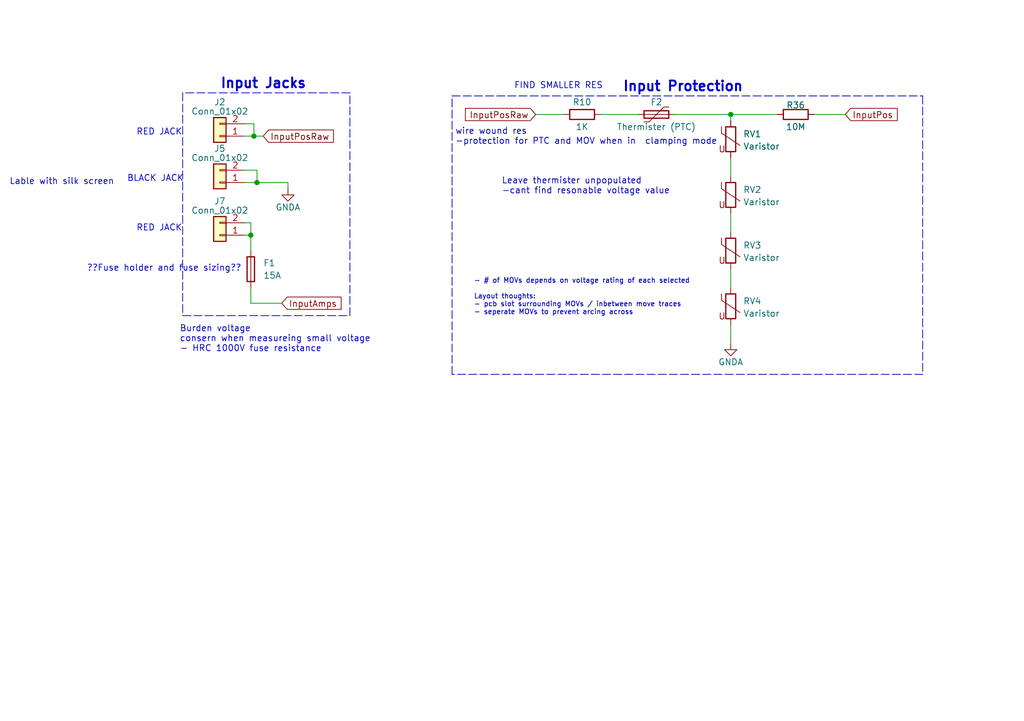
<source format=kicad_sch>
(kicad_sch (version 20230121) (generator eeschema)

  (uuid 93b6cb77-0966-487f-9d61-2a5e952803f5)

  (paper "A5")

  (lib_symbols
    (symbol "Connector_Generic:Conn_01x02" (pin_names (offset 1.016) hide) (in_bom yes) (on_board yes)
      (property "Reference" "J" (at 0 2.54 0)
        (effects (font (size 1.27 1.27)))
      )
      (property "Value" "Conn_01x02" (at 0 -5.08 0)
        (effects (font (size 1.27 1.27)))
      )
      (property "Footprint" "" (at 0 0 0)
        (effects (font (size 1.27 1.27)) hide)
      )
      (property "Datasheet" "~" (at 0 0 0)
        (effects (font (size 1.27 1.27)) hide)
      )
      (property "ki_keywords" "connector" (at 0 0 0)
        (effects (font (size 1.27 1.27)) hide)
      )
      (property "ki_description" "Generic connector, single row, 01x02, script generated (kicad-library-utils/schlib/autogen/connector/)" (at 0 0 0)
        (effects (font (size 1.27 1.27)) hide)
      )
      (property "ki_fp_filters" "Connector*:*_1x??_*" (at 0 0 0)
        (effects (font (size 1.27 1.27)) hide)
      )
      (symbol "Conn_01x02_1_1"
        (rectangle (start -1.27 -2.413) (end 0 -2.667)
          (stroke (width 0.1524) (type default))
          (fill (type none))
        )
        (rectangle (start -1.27 0.127) (end 0 -0.127)
          (stroke (width 0.1524) (type default))
          (fill (type none))
        )
        (rectangle (start -1.27 1.27) (end 1.27 -3.81)
          (stroke (width 0.254) (type default))
          (fill (type background))
        )
        (pin passive line (at -5.08 0 0) (length 3.81)
          (name "Pin_1" (effects (font (size 1.27 1.27))))
          (number "1" (effects (font (size 1.27 1.27))))
        )
        (pin passive line (at -5.08 -2.54 0) (length 3.81)
          (name "Pin_2" (effects (font (size 1.27 1.27))))
          (number "2" (effects (font (size 1.27 1.27))))
        )
      )
    )
    (symbol "Device:Fuse" (pin_numbers hide) (pin_names (offset 0)) (in_bom yes) (on_board yes)
      (property "Reference" "F" (at 2.032 0 90)
        (effects (font (size 1.27 1.27)))
      )
      (property "Value" "Fuse" (at -1.905 0 90)
        (effects (font (size 1.27 1.27)))
      )
      (property "Footprint" "" (at -1.778 0 90)
        (effects (font (size 1.27 1.27)) hide)
      )
      (property "Datasheet" "~" (at 0 0 0)
        (effects (font (size 1.27 1.27)) hide)
      )
      (property "ki_keywords" "fuse" (at 0 0 0)
        (effects (font (size 1.27 1.27)) hide)
      )
      (property "ki_description" "Fuse" (at 0 0 0)
        (effects (font (size 1.27 1.27)) hide)
      )
      (property "ki_fp_filters" "*Fuse*" (at 0 0 0)
        (effects (font (size 1.27 1.27)) hide)
      )
      (symbol "Fuse_0_1"
        (rectangle (start -0.762 -2.54) (end 0.762 2.54)
          (stroke (width 0.254) (type default))
          (fill (type none))
        )
        (polyline
          (pts
            (xy 0 2.54)
            (xy 0 -2.54)
          )
          (stroke (width 0) (type default))
          (fill (type none))
        )
      )
      (symbol "Fuse_1_1"
        (pin passive line (at 0 3.81 270) (length 1.27)
          (name "~" (effects (font (size 1.27 1.27))))
          (number "1" (effects (font (size 1.27 1.27))))
        )
        (pin passive line (at 0 -3.81 90) (length 1.27)
          (name "~" (effects (font (size 1.27 1.27))))
          (number "2" (effects (font (size 1.27 1.27))))
        )
      )
    )
    (symbol "Device:Polyfuse" (pin_numbers hide) (pin_names (offset 0)) (in_bom yes) (on_board yes)
      (property "Reference" "F" (at -2.54 0 90)
        (effects (font (size 1.27 1.27)))
      )
      (property "Value" "Polyfuse" (at 2.54 0 90)
        (effects (font (size 1.27 1.27)))
      )
      (property "Footprint" "" (at 1.27 -5.08 0)
        (effects (font (size 1.27 1.27)) (justify left) hide)
      )
      (property "Datasheet" "~" (at 0 0 0)
        (effects (font (size 1.27 1.27)) hide)
      )
      (property "ki_keywords" "resettable fuse PTC PPTC polyfuse polyswitch" (at 0 0 0)
        (effects (font (size 1.27 1.27)) hide)
      )
      (property "ki_description" "Resettable fuse, polymeric positive temperature coefficient" (at 0 0 0)
        (effects (font (size 1.27 1.27)) hide)
      )
      (property "ki_fp_filters" "*polyfuse* *PTC*" (at 0 0 0)
        (effects (font (size 1.27 1.27)) hide)
      )
      (symbol "Polyfuse_0_1"
        (rectangle (start -0.762 2.54) (end 0.762 -2.54)
          (stroke (width 0.254) (type default))
          (fill (type none))
        )
        (polyline
          (pts
            (xy 0 2.54)
            (xy 0 -2.54)
          )
          (stroke (width 0) (type default))
          (fill (type none))
        )
        (polyline
          (pts
            (xy -1.524 2.54)
            (xy -1.524 1.524)
            (xy 1.524 -1.524)
            (xy 1.524 -2.54)
          )
          (stroke (width 0) (type default))
          (fill (type none))
        )
      )
      (symbol "Polyfuse_1_1"
        (pin passive line (at 0 3.81 270) (length 1.27)
          (name "~" (effects (font (size 1.27 1.27))))
          (number "1" (effects (font (size 1.27 1.27))))
        )
        (pin passive line (at 0 -3.81 90) (length 1.27)
          (name "~" (effects (font (size 1.27 1.27))))
          (number "2" (effects (font (size 1.27 1.27))))
        )
      )
    )
    (symbol "Device:R" (pin_numbers hide) (pin_names (offset 0)) (in_bom yes) (on_board yes)
      (property "Reference" "R" (at 2.032 0 90)
        (effects (font (size 1.27 1.27)))
      )
      (property "Value" "R" (at 0 0 90)
        (effects (font (size 1.27 1.27)))
      )
      (property "Footprint" "" (at -1.778 0 90)
        (effects (font (size 1.27 1.27)) hide)
      )
      (property "Datasheet" "~" (at 0 0 0)
        (effects (font (size 1.27 1.27)) hide)
      )
      (property "ki_keywords" "R res resistor" (at 0 0 0)
        (effects (font (size 1.27 1.27)) hide)
      )
      (property "ki_description" "Resistor" (at 0 0 0)
        (effects (font (size 1.27 1.27)) hide)
      )
      (property "ki_fp_filters" "R_*" (at 0 0 0)
        (effects (font (size 1.27 1.27)) hide)
      )
      (symbol "R_0_1"
        (rectangle (start -1.016 -2.54) (end 1.016 2.54)
          (stroke (width 0.254) (type default))
          (fill (type none))
        )
      )
      (symbol "R_1_1"
        (pin passive line (at 0 3.81 270) (length 1.27)
          (name "~" (effects (font (size 1.27 1.27))))
          (number "1" (effects (font (size 1.27 1.27))))
        )
        (pin passive line (at 0 -3.81 90) (length 1.27)
          (name "~" (effects (font (size 1.27 1.27))))
          (number "2" (effects (font (size 1.27 1.27))))
        )
      )
    )
    (symbol "Device:Varistor" (pin_numbers hide) (pin_names (offset 0)) (in_bom yes) (on_board yes)
      (property "Reference" "RV" (at 3.175 0 90)
        (effects (font (size 1.27 1.27)))
      )
      (property "Value" "Varistor" (at -3.175 0 90)
        (effects (font (size 1.27 1.27)))
      )
      (property "Footprint" "" (at -1.778 0 90)
        (effects (font (size 1.27 1.27)) hide)
      )
      (property "Datasheet" "~" (at 0 0 0)
        (effects (font (size 1.27 1.27)) hide)
      )
      (property "Sim.Name" "kicad_builtin_varistor" (at 0 0 0)
        (effects (font (size 1.27 1.27)) hide)
      )
      (property "Sim.Device" "SUBCKT" (at 0 0 0)
        (effects (font (size 1.27 1.27)) hide)
      )
      (property "Sim.Pins" "1=A 2=B" (at 0 0 0)
        (effects (font (size 1.27 1.27)) hide)
      )
      (property "Sim.Params" "threshold=1k" (at 0 0 0)
        (effects (font (size 1.27 1.27)) hide)
      )
      (property "Sim.Library" "${KICAD7_SYMBOL_DIR}/Simulation_SPICE.sp" (at 0 0 0)
        (effects (font (size 1.27 1.27)) hide)
      )
      (property "ki_keywords" "VDR resistance" (at 0 0 0)
        (effects (font (size 1.27 1.27)) hide)
      )
      (property "ki_description" "Voltage dependent resistor" (at 0 0 0)
        (effects (font (size 1.27 1.27)) hide)
      )
      (property "ki_fp_filters" "RV_* Varistor*" (at 0 0 0)
        (effects (font (size 1.27 1.27)) hide)
      )
      (symbol "Varistor_0_0"
        (text "U" (at -1.778 -2.032 0)
          (effects (font (size 1.27 1.27)))
        )
      )
      (symbol "Varistor_0_1"
        (rectangle (start -1.016 -2.54) (end 1.016 2.54)
          (stroke (width 0.254) (type default))
          (fill (type none))
        )
        (polyline
          (pts
            (xy -1.905 2.54)
            (xy -1.905 1.27)
            (xy 1.905 -1.27)
          )
          (stroke (width 0) (type default))
          (fill (type none))
        )
      )
      (symbol "Varistor_1_1"
        (pin passive line (at 0 3.81 270) (length 1.27)
          (name "~" (effects (font (size 1.27 1.27))))
          (number "1" (effects (font (size 1.27 1.27))))
        )
        (pin passive line (at 0 -3.81 90) (length 1.27)
          (name "~" (effects (font (size 1.27 1.27))))
          (number "2" (effects (font (size 1.27 1.27))))
        )
      )
    )
    (symbol "power:GNDA" (power) (pin_names (offset 0)) (in_bom yes) (on_board yes)
      (property "Reference" "#PWR" (at 0 -6.35 0)
        (effects (font (size 1.27 1.27)) hide)
      )
      (property "Value" "GNDA" (at 0 -3.81 0)
        (effects (font (size 1.27 1.27)))
      )
      (property "Footprint" "" (at 0 0 0)
        (effects (font (size 1.27 1.27)) hide)
      )
      (property "Datasheet" "" (at 0 0 0)
        (effects (font (size 1.27 1.27)) hide)
      )
      (property "ki_keywords" "global power" (at 0 0 0)
        (effects (font (size 1.27 1.27)) hide)
      )
      (property "ki_description" "Power symbol creates a global label with name \"GNDA\" , analog ground" (at 0 0 0)
        (effects (font (size 1.27 1.27)) hide)
      )
      (symbol "GNDA_0_1"
        (polyline
          (pts
            (xy 0 0)
            (xy 0 -1.27)
            (xy 1.27 -1.27)
            (xy 0 -2.54)
            (xy -1.27 -1.27)
            (xy 0 -1.27)
          )
          (stroke (width 0) (type default))
          (fill (type none))
        )
      )
      (symbol "GNDA_1_1"
        (pin power_in line (at 0 0 270) (length 0) hide
          (name "GNDA" (effects (font (size 1.27 1.27))))
          (number "1" (effects (font (size 1.27 1.27))))
        )
      )
    )
  )

  (junction (at 52.705 37.465) (diameter 0) (color 0 0 0 0)
    (uuid 718e03b5-5c17-425c-ac49-ffeb6ab5d262)
  )
  (junction (at 149.86 23.495) (diameter 0) (color 0 0 0 0)
    (uuid b41480d0-d964-4459-aab4-b341af240f4c)
  )
  (junction (at 52.07 27.94) (diameter 0) (color 0 0 0 0)
    (uuid c925c406-dc2f-461c-8999-24d73a78ff29)
  )
  (junction (at 51.435 48.26) (diameter 0) (color 0 0 0 0)
    (uuid ee5aeca9-669b-444b-b541-01adf2427bf4)
  )

  (polyline (pts (xy 71.755 19.05) (xy 37.465 19.05))
    (stroke (width 0) (type dash))
    (uuid 03e5dd0e-07bb-4bd7-95c7-b620edb52766)
  )
  (polyline (pts (xy 138.43 19.685) (xy 189.23 19.685))
    (stroke (width 0) (type dash))
    (uuid 07f2c93a-d6ae-4c5f-b6c2-093d68564cdb)
  )

  (wire (pts (xy 149.86 23.495) (xy 159.385 23.495))
    (stroke (width 0) (type default))
    (uuid 14d33802-b820-499d-ba00-151241607bfa)
  )
  (wire (pts (xy 138.43 23.495) (xy 149.86 23.495))
    (stroke (width 0) (type default))
    (uuid 1bbc7ba7-b6fa-4807-80a5-bd149aa4ed9a)
  )
  (wire (pts (xy 50.165 27.94) (xy 52.07 27.94))
    (stroke (width 0) (type default))
    (uuid 41d2d8a3-50a1-4ea7-bd42-536359aa5261)
  )
  (wire (pts (xy 149.86 66.675) (xy 149.86 70.485))
    (stroke (width 0) (type default))
    (uuid 593a283c-bff2-4d42-8062-94bc4c17e677)
  )
  (polyline (pts (xy 71.755 64.77) (xy 71.755 19.05))
    (stroke (width 0) (type dash))
    (uuid 5a988ea9-e2d7-44fb-a035-092d78d34422)
  )

  (wire (pts (xy 149.86 32.385) (xy 149.86 36.195))
    (stroke (width 0) (type default))
    (uuid 5f9d5aa0-f57c-4ddd-96a6-969be0d26576)
  )
  (wire (pts (xy 52.705 37.465) (xy 59.055 37.465))
    (stroke (width 0) (type default))
    (uuid 645c6e97-204b-43d2-b76b-b495f1568371)
  )
  (wire (pts (xy 50.165 34.925) (xy 52.705 34.925))
    (stroke (width 0) (type default))
    (uuid 69dc9b7d-e0eb-4366-be6a-848049b2c428)
  )
  (wire (pts (xy 109.855 23.495) (xy 115.57 23.495))
    (stroke (width 0) (type default))
    (uuid 766d8026-11d8-4329-81cb-fdc2024789ac)
  )
  (wire (pts (xy 149.86 23.495) (xy 149.86 24.765))
    (stroke (width 0) (type default))
    (uuid 7f93450a-6de4-429e-8b3d-5751243c09b6)
  )
  (wire (pts (xy 51.435 59.055) (xy 51.435 62.23))
    (stroke (width 0) (type default))
    (uuid 8114ef6a-0ed0-46e7-9f7c-2c9ffc6f0da2)
  )
  (wire (pts (xy 52.705 34.925) (xy 52.705 37.465))
    (stroke (width 0) (type default))
    (uuid 81bad2d8-708d-4919-86b4-f2ae9a38ab84)
  )
  (wire (pts (xy 51.435 45.72) (xy 51.435 48.26))
    (stroke (width 0) (type default))
    (uuid 839343ad-c648-43fa-a97e-f0928ede4078)
  )
  (wire (pts (xy 50.165 45.72) (xy 51.435 45.72))
    (stroke (width 0) (type default))
    (uuid 851b550a-626b-4442-b7ef-753ad2d4522b)
  )
  (wire (pts (xy 59.055 37.465) (xy 59.055 38.735))
    (stroke (width 0) (type default))
    (uuid 8838e2d8-2c87-487a-a811-6c4ce5027373)
  )
  (polyline (pts (xy 37.465 19.05) (xy 37.465 64.77))
    (stroke (width 0) (type dash))
    (uuid 89478945-4fbf-4a11-bc35-58c57a5a53e5)
  )

  (wire (pts (xy 50.165 37.465) (xy 52.705 37.465))
    (stroke (width 0) (type default))
    (uuid 8b36d8ba-0efe-4672-be10-8371c24d2712)
  )
  (wire (pts (xy 149.86 55.245) (xy 149.86 59.055))
    (stroke (width 0) (type default))
    (uuid 91a15137-5585-44a7-aed4-22d7f9dd8b5a)
  )
  (polyline (pts (xy 92.71 76.835) (xy 92.71 19.685))
    (stroke (width 0) (type dash))
    (uuid 96783d82-77ef-40ab-b76c-a8117f6c702d)
  )
  (polyline (pts (xy 189.23 19.685) (xy 189.23 76.835))
    (stroke (width 0) (type dash))
    (uuid 9b4f3c42-e4e4-43e7-9486-a2b882b63147)
  )
  (polyline (pts (xy 92.71 19.685) (xy 138.43 19.685))
    (stroke (width 0) (type dash))
    (uuid 9dddf50e-8394-4a75-adb5-488509ca60c7)
  )

  (wire (pts (xy 51.435 48.26) (xy 51.435 51.435))
    (stroke (width 0) (type default))
    (uuid a1b69cbe-cc0f-41a3-9f24-d27375781308)
  )
  (wire (pts (xy 51.435 62.23) (xy 57.785 62.23))
    (stroke (width 0) (type default))
    (uuid a4048b6e-b6ec-4d25-9ce5-b417ffe96eed)
  )
  (polyline (pts (xy 37.465 64.77) (xy 71.755 64.77))
    (stroke (width 0) (type dash))
    (uuid ac31de62-0d9b-447b-ab08-6326f27ba834)
  )

  (wire (pts (xy 167.005 23.495) (xy 173.355 23.495))
    (stroke (width 0) (type default))
    (uuid b8ec8a7d-d5fb-4796-85a5-c0f51a470bf7)
  )
  (wire (pts (xy 52.07 25.4) (xy 52.07 27.94))
    (stroke (width 0) (type default))
    (uuid ba45cb93-2b02-443e-b0fb-ec080470ea1f)
  )
  (wire (pts (xy 123.19 23.495) (xy 130.81 23.495))
    (stroke (width 0) (type default))
    (uuid dad99ab1-2b7c-41e4-b495-e4f998fed5ef)
  )
  (polyline (pts (xy 189.23 76.835) (xy 92.71 76.835))
    (stroke (width 0) (type dash))
    (uuid dd1fa748-d423-4f6d-90c5-18eadbb53a34)
  )

  (wire (pts (xy 149.86 43.815) (xy 149.86 47.625))
    (stroke (width 0) (type default))
    (uuid dfbed9df-202a-45dd-9c41-4a515d09f6e7)
  )
  (wire (pts (xy 50.165 48.26) (xy 51.435 48.26))
    (stroke (width 0) (type default))
    (uuid e89b99b7-c18b-4254-b73d-c1e06d11f704)
  )
  (wire (pts (xy 52.07 27.94) (xy 53.975 27.94))
    (stroke (width 0) (type default))
    (uuid ea738799-c530-4681-b950-6f693149cd59)
  )
  (wire (pts (xy 50.165 25.4) (xy 52.07 25.4))
    (stroke (width 0) (type default))
    (uuid f707dd81-5e9c-4141-8996-92f2de0a469d)
  )

  (text "wire wound res\n-protection for PTC and MOV when in  clamping mode"
    (at 93.345 29.845 0)
    (effects (font (size 1.27 1.27)) (justify left bottom))
    (uuid 25778497-3f72-4bc5-ab2e-2cfb62f964d2)
  )
  (text "RED JACK" (at 27.94 27.94 0)
    (effects (font (size 1.27 1.27)) (justify left bottom))
    (uuid 2dcf2ed2-f42a-4c1e-8682-f6cab7ccdc80)
  )
  (text "Leave thermister unpopulated\n-cant find resonable voltage value"
    (at 102.87 40.005 0)
    (effects (font (size 1.27 1.27)) (justify left bottom))
    (uuid 3a6aa3e9-bee9-4eba-8828-90fa25daf3ec)
  )
  (text "Burden voltage \nconsern when measureing small voltage\n- HRC 1000V fuse resistance\n"
    (at 36.83 72.39 0)
    (effects (font (size 1.27 1.27)) (justify left bottom))
    (uuid 510ca2f6-10e4-4c17-b59f-657b2d5bad3e)
  )
  (text "FIND SMALLER RES" (at 105.41 18.415 0)
    (effects (font (size 1.27 1.27)) (justify left bottom))
    (uuid 54dcc974-414a-48d4-be9f-0d18c34cee57)
  )
  (text "Lable with silk screen" (at 1.905 38.1 0)
    (effects (font (size 1.27 1.27)) (justify left bottom))
    (uuid 709ed5b5-84d0-40db-8b43-3fdd46e9f9a8)
  )
  (text "Input Jacks" (at 45.085 18.415 0)
    (effects (font (size 2 2) (thickness 0.4) bold) (justify left bottom))
    (uuid 815de396-8071-4cee-80a2-df3469ec9ed4)
  )
  (text "??Fuse holder and fuse sizing??" (at 17.78 55.88 0)
    (effects (font (size 1.27 1.27)) (justify left bottom))
    (uuid 8b532b96-1139-4c90-afb0-266c265c27f1)
  )
  (text "- # of MOVs depends on voltage rating of each selected\n\nLayout thoughts:\n- pcb slot surrounding MOVs / inbetween move traces\n- seperate MOVs to prevent arcing across"
    (at 97.155 64.77 0)
    (effects (font (size 1 1)) (justify left bottom))
    (uuid 974d8a61-667a-45b1-9633-8b99ed107feb)
  )
  (text "RED JACK" (at 27.94 47.625 0)
    (effects (font (size 1.27 1.27)) (justify left bottom))
    (uuid 996b7056-c3b7-46f2-8dba-94bd852ecc0e)
  )
  (text "BLACK JACK" (at 26.035 37.465 0)
    (effects (font (size 1.27 1.27)) (justify left bottom))
    (uuid b9a11ab7-7d1d-48fc-baf2-a0df56932231)
  )
  (text "Input Protection" (at 127.635 19.05 0)
    (effects (font (size 2 2) (thickness 0.4) bold) (justify left bottom))
    (uuid cbae2727-e638-4af7-b60a-63c585d0659e)
  )

  (global_label "InputAmps" (shape input) (at 57.785 62.23 0) (fields_autoplaced)
    (effects (font (size 1.27 1.27)) (justify left))
    (uuid 9f1e2310-3d3a-410e-a016-cacc8816449f)
    (property "Intersheetrefs" "${INTERSHEET_REFS}" (at 70.5067 62.23 0)
      (effects (font (size 1.27 1.27)) (justify left) hide)
    )
  )
  (global_label "InputPosRaw" (shape input) (at 53.975 27.94 0) (fields_autoplaced)
    (effects (font (size 1.27 1.27)) (justify left))
    (uuid b326d335-98b9-4932-8ba8-d414c2137586)
    (property "Intersheetrefs" "${INTERSHEET_REFS}" (at 68.9343 27.94 0)
      (effects (font (size 1.27 1.27)) (justify left) hide)
    )
  )
  (global_label "InputPos" (shape input) (at 173.355 23.495 0) (fields_autoplaced)
    (effects (font (size 1.27 1.27)) (justify left))
    (uuid c6fd25c1-f325-40fa-8497-e8d5268d1c4a)
    (property "Intersheetrefs" "${INTERSHEET_REFS}" (at 184.5648 23.495 0)
      (effects (font (size 1.27 1.27)) (justify left) hide)
    )
  )
  (global_label "InputPosRaw" (shape input) (at 109.855 23.495 180) (fields_autoplaced)
    (effects (font (size 1.27 1.27)) (justify right))
    (uuid f50367fd-d7a2-4b89-b34c-99f712777eec)
    (property "Intersheetrefs" "${INTERSHEET_REFS}" (at 94.8957 23.495 0)
      (effects (font (size 1.27 1.27)) (justify right) hide)
    )
  )

  (symbol (lib_id "Device:Varistor") (at 149.86 51.435 0) (unit 1)
    (in_bom yes) (on_board yes) (dnp no) (fields_autoplaced)
    (uuid 087bfc45-146a-4260-82f3-eb5725af2e67)
    (property "Reference" "RV3" (at 152.4 50.3583 0)
      (effects (font (size 1.27 1.27)) (justify left))
    )
    (property "Value" "Varistor" (at 152.4 52.8983 0)
      (effects (font (size 1.27 1.27)) (justify left))
    )
    (property "Footprint" "Resistor_THT:R_Axial_DIN0207_L6.3mm_D2.5mm_P5.08mm_Vertical" (at 148.082 51.435 90)
      (effects (font (size 1.27 1.27)) hide)
    )
    (property "Datasheet" "https://datasheet.lcsc.com/lcsc/2304140030_VDR---Varistor-VDR-07D181K_C283925.pdf" (at 149.86 51.435 0)
      (effects (font (size 1.27 1.27)) hide)
    )
    (property "LCSC Price" "0.6" (at 149.86 51.435 0)
      (effects (font (size 1.27 1.27)) hide)
    )
    (property "Price Qty" "20" (at 149.86 51.435 0)
      (effects (font (size 1.27 1.27)) hide)
    )
    (property "Store" "https://www.lcsc.com/product-detail/Varistors_VDR-span-style-background-color-ff0-Varistor-span-VDR-07D181K_C283925.html" (at 149.86 51.435 0)
      (effects (font (size 1.27 1.27)) hide)
    )
    (pin "1" (uuid 9ad918ec-b090-4b7c-b279-048bb247a663))
    (pin "2" (uuid b9ecfade-fff9-4557-9767-f2746d58d6e2))
    (instances
      (project "DMM"
        (path "/fdef8797-05b6-4b9b-8306-0b70a5374f43/d1812343-f021-4c4a-bd79-8527f8a249f7"
          (reference "RV3") (unit 1)
        )
      )
    )
  )

  (symbol (lib_id "Device:Polyfuse") (at 134.62 23.495 90) (unit 1)
    (in_bom yes) (on_board yes) (dnp no)
    (uuid 2891338f-d099-441d-ae9e-f43500cdff3e)
    (property "Reference" "F2" (at 134.62 20.955 90)
      (effects (font (size 1.27 1.27)))
    )
    (property "Value" "Thermister (PTC)" (at 134.62 26.035 90)
      (effects (font (size 1.27 1.27)))
    )
    (property "Footprint" "Resistor_THT:R_Axial_DIN0207_L6.3mm_D2.5mm_P7.62mm_Horizontal" (at 139.7 22.225 0)
      (effects (font (size 1.27 1.27)) (justify left) hide)
    )
    (property "Datasheet" "~" (at 134.62 23.495 0)
      (effects (font (size 1.27 1.27)) hide)
    )
    (property "LCSC Price" "0" (at 134.62 23.495 0)
      (effects (font (size 1.27 1.27)) hide)
    )
    (property "Price Qty" "0" (at 134.62 23.495 0)
      (effects (font (size 1.27 1.27)) hide)
    )
    (property "Store" "N/A" (at 134.62 23.495 0)
      (effects (font (size 1.27 1.27)) hide)
    )
    (pin "1" (uuid 889e4718-5db0-4f53-ba2b-7edecf4b1fc2))
    (pin "2" (uuid ffbb622b-dcc6-4232-b9b3-1f72718ca0fb))
    (instances
      (project "DMM"
        (path "/fdef8797-05b6-4b9b-8306-0b70a5374f43/d1812343-f021-4c4a-bd79-8527f8a249f7"
          (reference "F2") (unit 1)
        )
      )
    )
  )

  (symbol (lib_id "Connector_Generic:Conn_01x02") (at 45.085 37.465 180) (unit 1)
    (in_bom yes) (on_board yes) (dnp no)
    (uuid 5ec1d64d-f868-4b02-b8d3-dd143a0ac235)
    (property "Reference" "J5" (at 45.085 30.48 0)
      (effects (font (size 1.27 1.27)))
    )
    (property "Value" "Conn_01x02" (at 45.085 32.385 0)
      (effects (font (size 1.27 1.27)))
    )
    (property "Footprint" "Custom Lib:Bannana Input Jack" (at 45.085 37.465 0)
      (effects (font (size 1.27 1.27)) hide)
    )
    (property "Datasheet" "https://datasheet.lcsc.com/lcsc/2307211751_Changzhou-Amass-Elec-24-243-1_C7437321.pdf" (at 45.085 37.465 0)
      (effects (font (size 1.27 1.27)) hide)
    )
    (property "Store" "https://www.lcsc.com/product-detail/span-style-background-color-ff0-Banana-span-Connectors-Alligator-Clips_Changzhou-Amass-Elec-24-243-2_C7437322.html" (at 45.085 37.465 0)
      (effects (font (size 1.27 1.27)) hide)
    )
    (property "LCSC Price" "0.9180" (at 45.085 37.465 0)
      (effects (font (size 1.27 1.27)) hide)
    )
    (property "Price Qty" "1" (at 45.085 37.465 0)
      (effects (font (size 1.27 1.27)) hide)
    )
    (pin "1" (uuid 18bc6df7-c5a7-4abb-b16a-56596bc3046d))
    (pin "2" (uuid 2ac6ef0f-4335-4816-80ae-26fbc21ba2b6))
    (instances
      (project "DMM"
        (path "/fdef8797-05b6-4b9b-8306-0b70a5374f43/d1812343-f021-4c4a-bd79-8527f8a249f7"
          (reference "J5") (unit 1)
        )
      )
    )
  )

  (symbol (lib_id "Device:Varistor") (at 149.86 62.865 0) (unit 1)
    (in_bom yes) (on_board yes) (dnp no) (fields_autoplaced)
    (uuid 6735093a-18a6-449e-9c7e-373edefa3589)
    (property "Reference" "RV4" (at 152.4 61.7883 0)
      (effects (font (size 1.27 1.27)) (justify left))
    )
    (property "Value" "Varistor" (at 152.4 64.3283 0)
      (effects (font (size 1.27 1.27)) (justify left))
    )
    (property "Footprint" "Resistor_THT:R_Axial_DIN0207_L6.3mm_D2.5mm_P5.08mm_Vertical" (at 148.082 62.865 90)
      (effects (font (size 1.27 1.27)) hide)
    )
    (property "Datasheet" "https://datasheet.lcsc.com/lcsc/2304140030_VDR---Varistor-VDR-07D181K_C283925.pdf" (at 149.86 62.865 0)
      (effects (font (size 1.27 1.27)) hide)
    )
    (property "LCSC Price" "0.6" (at 149.86 62.865 0)
      (effects (font (size 1.27 1.27)) hide)
    )
    (property "Price Qty" "20" (at 149.86 62.865 0)
      (effects (font (size 1.27 1.27)) hide)
    )
    (property "Store" "https://www.lcsc.com/product-detail/Varistors_VDR-span-style-background-color-ff0-Varistor-span-VDR-07D181K_C283925.html" (at 149.86 62.865 0)
      (effects (font (size 1.27 1.27)) hide)
    )
    (pin "1" (uuid f8574357-6e4e-4594-929c-313230ebafb7))
    (pin "2" (uuid 0d0de707-e20a-465c-86e4-2c4c3875f363))
    (instances
      (project "DMM"
        (path "/fdef8797-05b6-4b9b-8306-0b70a5374f43/d1812343-f021-4c4a-bd79-8527f8a249f7"
          (reference "RV4") (unit 1)
        )
      )
    )
  )

  (symbol (lib_id "Device:R") (at 119.38 23.495 90) (unit 1)
    (in_bom yes) (on_board yes) (dnp no)
    (uuid 6cd3bfbc-6d16-4b02-9d8b-97b31a56252e)
    (property "Reference" "R10" (at 119.38 20.955 90)
      (effects (font (size 1.27 1.27)))
    )
    (property "Value" "1K" (at 119.38 26.035 90)
      (effects (font (size 1.27 1.27)))
    )
    (property "Footprint" "Resistor_THT:R_Axial_DIN0516_L15.5mm_D5.0mm_P20.32mm_Horizontal" (at 119.38 25.273 90)
      (effects (font (size 1.27 1.27)) hide)
    )
    (property "Datasheet" "https://datasheet.lcsc.com/lcsc/2302011630_RESI-EWWR0003J1K00T9_C348856.pdf" (at 119.38 23.495 0)
      (effects (font (size 1.27 1.27)) hide)
    )
    (property "Store" "https://www.lcsc.com/product-detail/Through-Hole-Resistors_RESI-EWWR0003J1K00T9_C348856.html" (at 119.38 23.495 90)
      (effects (font (size 1.27 1.27)) hide)
    )
    (property "LCSC Price" "0.33" (at 119.38 23.495 0)
      (effects (font (size 1.27 1.27)) hide)
    )
    (property "Price Qty" "5" (at 119.38 23.495 0)
      (effects (font (size 1.27 1.27)) hide)
    )
    (pin "1" (uuid 2422eb42-f2c6-4bff-9819-c3ec49ddb3d9))
    (pin "2" (uuid 72aa3ea3-32b0-4236-a93e-e9adc3a5c37d))
    (instances
      (project "DMM"
        (path "/fdef8797-05b6-4b9b-8306-0b70a5374f43/d1812343-f021-4c4a-bd79-8527f8a249f7"
          (reference "R10") (unit 1)
        )
      )
    )
  )

  (symbol (lib_id "Device:Varistor") (at 149.86 40.005 0) (unit 1)
    (in_bom yes) (on_board yes) (dnp no) (fields_autoplaced)
    (uuid 75905c15-db33-43cb-ba1b-c0055db379c0)
    (property "Reference" "RV2" (at 152.4 38.9283 0)
      (effects (font (size 1.27 1.27)) (justify left))
    )
    (property "Value" "Varistor" (at 152.4 41.4683 0)
      (effects (font (size 1.27 1.27)) (justify left))
    )
    (property "Footprint" "Resistor_THT:R_Axial_DIN0207_L6.3mm_D2.5mm_P5.08mm_Vertical" (at 148.082 40.005 90)
      (effects (font (size 1.27 1.27)) hide)
    )
    (property "Datasheet" "https://datasheet.lcsc.com/lcsc/2304140030_VDR---Varistor-VDR-07D181K_C283925.pdf" (at 149.86 40.005 0)
      (effects (font (size 1.27 1.27)) hide)
    )
    (property "LCSC Price" "0.6" (at 149.86 40.005 0)
      (effects (font (size 1.27 1.27)) hide)
    )
    (property "Price Qty" "20" (at 149.86 40.005 0)
      (effects (font (size 1.27 1.27)) hide)
    )
    (property "Store" "https://www.lcsc.com/product-detail/Varistors_VDR-span-style-background-color-ff0-Varistor-span-VDR-07D181K_C283925.html" (at 149.86 40.005 0)
      (effects (font (size 1.27 1.27)) hide)
    )
    (pin "1" (uuid 441bfad2-b136-4494-b235-dfb1a9cb85bc))
    (pin "2" (uuid 2c43d800-1287-4fb5-a1a5-991da60f1d22))
    (instances
      (project "DMM"
        (path "/fdef8797-05b6-4b9b-8306-0b70a5374f43/d1812343-f021-4c4a-bd79-8527f8a249f7"
          (reference "RV2") (unit 1)
        )
      )
    )
  )

  (symbol (lib_id "Connector_Generic:Conn_01x02") (at 45.085 27.94 180) (unit 1)
    (in_bom yes) (on_board yes) (dnp no)
    (uuid 7ff799c2-f55f-409b-805b-a3bfae59964d)
    (property "Reference" "J2" (at 45.085 20.955 0)
      (effects (font (size 1.27 1.27)))
    )
    (property "Value" "Conn_01x02" (at 45.085 22.86 0)
      (effects (font (size 1.27 1.27)))
    )
    (property "Footprint" "Custom Lib:Bannana Input Jack" (at 45.085 27.94 0)
      (effects (font (size 1.27 1.27)) hide)
    )
    (property "Datasheet" "https://datasheet.lcsc.com/lcsc/2307211751_Changzhou-Amass-Elec-24-243-1_C7437321.pdf" (at 45.085 27.94 0)
      (effects (font (size 1.27 1.27)) hide)
    )
    (property "Store" "https://www.lcsc.com/product-detail/span-style-background-color-ff0-Banana-span-Connectors-Alligator-Clips_Changzhou-Amass-Elec-24-243-1_C7437321.html" (at 45.085 27.94 0)
      (effects (font (size 1.27 1.27)) hide)
    )
    (property "LCSC Price" "0.9180" (at 45.085 27.94 0)
      (effects (font (size 1.27 1.27)) hide)
    )
    (property "Price Qty" "1" (at 45.085 27.94 0)
      (effects (font (size 1.27 1.27)) hide)
    )
    (pin "1" (uuid b5007d93-1444-4eab-8120-3a754ef0f23a))
    (pin "2" (uuid 628c0e3e-6bc4-46fa-9eaa-254fb3ffbba0))
    (instances
      (project "DMM"
        (path "/fdef8797-05b6-4b9b-8306-0b70a5374f43/d1812343-f021-4c4a-bd79-8527f8a249f7"
          (reference "J2") (unit 1)
        )
      )
    )
  )

  (symbol (lib_id "power:GNDA") (at 59.055 38.735 0) (unit 1)
    (in_bom yes) (on_board yes) (dnp no)
    (uuid 8472b279-3500-422e-943b-1d6c3dffa725)
    (property "Reference" "#PWR070" (at 59.055 45.085 0)
      (effects (font (size 1.27 1.27)) hide)
    )
    (property "Value" "GNDA" (at 59.055 42.545 0)
      (effects (font (size 1.27 1.27)))
    )
    (property "Footprint" "" (at 59.055 38.735 0)
      (effects (font (size 1.27 1.27)) hide)
    )
    (property "Datasheet" "" (at 59.055 38.735 0)
      (effects (font (size 1.27 1.27)) hide)
    )
    (pin "1" (uuid a8bc4452-68bf-47ee-ba0e-375f90d2878a))
    (instances
      (project "DMM"
        (path "/fdef8797-05b6-4b9b-8306-0b70a5374f43/47d95a9d-7333-4fe2-91a0-1743f3158f3f"
          (reference "#PWR070") (unit 1)
        )
        (path "/fdef8797-05b6-4b9b-8306-0b70a5374f43/d1812343-f021-4c4a-bd79-8527f8a249f7"
          (reference "#PWR076") (unit 1)
        )
      )
    )
  )

  (symbol (lib_id "Connector_Generic:Conn_01x02") (at 45.085 48.26 180) (unit 1)
    (in_bom yes) (on_board yes) (dnp no)
    (uuid aa37690c-437e-4a1c-9f98-5bc06b123790)
    (property "Reference" "J7" (at 45.085 41.275 0)
      (effects (font (size 1.27 1.27)))
    )
    (property "Value" "Conn_01x02" (at 45.085 43.18 0)
      (effects (font (size 1.27 1.27)))
    )
    (property "Footprint" "Custom Lib:Bannana Input Jack" (at 45.085 48.26 0)
      (effects (font (size 1.27 1.27)) hide)
    )
    (property "Datasheet" "https://datasheet.lcsc.com/lcsc/2307211751_Changzhou-Amass-Elec-24-243-1_C7437321.pdf" (at 45.085 48.26 0)
      (effects (font (size 1.27 1.27)) hide)
    )
    (property "Store" "https://www.lcsc.com/product-detail/span-style-background-color-ff0-Banana-span-Connectors-Alligator-Clips_Changzhou-Amass-Elec-24-243-1_C7437321.html" (at 45.085 48.26 0)
      (effects (font (size 1.27 1.27)) hide)
    )
    (property "LCSC Price" "0.9180" (at 45.085 48.26 0)
      (effects (font (size 1.27 1.27)) hide)
    )
    (property "Price Qty" "1" (at 45.085 48.26 0)
      (effects (font (size 1.27 1.27)) hide)
    )
    (pin "1" (uuid d154d264-2ec4-422d-985e-79948f42a4a4))
    (pin "2" (uuid d30e1a17-bdc6-4ab6-8a13-fff72c267744))
    (instances
      (project "DMM"
        (path "/fdef8797-05b6-4b9b-8306-0b70a5374f43/d1812343-f021-4c4a-bd79-8527f8a249f7"
          (reference "J7") (unit 1)
        )
      )
    )
  )

  (symbol (lib_id "Device:Fuse") (at 51.435 55.245 0) (unit 1)
    (in_bom yes) (on_board yes) (dnp no) (fields_autoplaced)
    (uuid b40dd50a-b35e-44ed-b902-fc1887854c0e)
    (property "Reference" "F1" (at 53.975 53.975 0)
      (effects (font (size 1.27 1.27)) (justify left))
    )
    (property "Value" "15A" (at 53.975 56.515 0)
      (effects (font (size 1.27 1.27)) (justify left))
    )
    (property "Footprint" "Custom Lib:Fuse holder" (at 49.657 55.245 90)
      (effects (font (size 1.27 1.27)) hide)
    )
    (property "Datasheet" "https://datasheet.lcsc.com/lcsc/2012041637_Xucheng-Elec-C3130_C3130.pdf" (at 51.435 55.245 0)
      (effects (font (size 1.27 1.27)) hide)
    )
    (property "LCSC Price" "0.35" (at 51.435 55.245 0)
      (effects (font (size 1.27 1.27)) hide)
    )
    (property "Store" "https://www.lcsc.com/product-detail/span-style-background-color-ff0-Fuse-span-Holders_Xucheng-Elec-C3130_C3130.html" (at 51.435 55.245 0)
      (effects (font (size 1.27 1.27)) hide)
    )
    (property "Price Qty" "20" (at 51.435 55.245 0)
      (effects (font (size 1.27 1.27)) hide)
    )
    (pin "1" (uuid e94b28e4-4401-4422-9610-c947a5d44ba4))
    (pin "2" (uuid 5e0bf3b5-4b81-48d8-af7c-18b8d5ebc1a7))
    (instances
      (project "DMM"
        (path "/fdef8797-05b6-4b9b-8306-0b70a5374f43/d1812343-f021-4c4a-bd79-8527f8a249f7"
          (reference "F1") (unit 1)
        )
      )
    )
  )

  (symbol (lib_id "Device:R") (at 163.195 23.495 90) (unit 1)
    (in_bom yes) (on_board yes) (dnp no)
    (uuid da4c8718-7753-41b9-914c-f3b277615277)
    (property "Reference" "R36" (at 163.195 21.59 90)
      (effects (font (size 1.27 1.27)))
    )
    (property "Value" "10M" (at 163.195 26.035 90)
      (effects (font (size 1.27 1.27)))
    )
    (property "Footprint" "Resistor_SMD:R_1206_3216Metric_Pad1.30x1.75mm_HandSolder" (at 163.195 25.273 90)
      (effects (font (size 1.27 1.27)) hide)
    )
    (property "Datasheet" "https://datasheet.lcsc.com/lcsc/2304140030_BOURNS-CHV1206-FX-1005ELF_C2078785.pdf" (at 163.195 23.495 0)
      (effects (font (size 1.27 1.27)) hide)
    )
    (property "Store" "https://www.lcsc.com/product-detail/Chip-Resistor-Surface-Mount_BOURNS-CHV1206-FX-1005ELF_C2078785.html" (at 163.195 23.495 90)
      (effects (font (size 1.27 1.27)) hide)
    )
    (property "LCSC Price" "1.19" (at 163.195 23.495 0)
      (effects (font (size 1.27 1.27)) hide)
    )
    (property "Price Qty" "4" (at 163.195 23.495 0)
      (effects (font (size 1.27 1.27)) hide)
    )
    (pin "1" (uuid 1752266b-7d41-4002-840a-9f4d34c45c4b))
    (pin "2" (uuid 2d65b1a1-76a0-4ab8-8bd4-cf42bf262337))
    (instances
      (project "DMM"
        (path "/fdef8797-05b6-4b9b-8306-0b70a5374f43/d1812343-f021-4c4a-bd79-8527f8a249f7"
          (reference "R36") (unit 1)
        )
        (path "/fdef8797-05b6-4b9b-8306-0b70a5374f43/47d95a9d-7333-4fe2-91a0-1743f3158f3f"
          (reference "R48") (unit 1)
        )
      )
    )
  )

  (symbol (lib_id "Device:Varistor") (at 149.86 28.575 0) (unit 1)
    (in_bom yes) (on_board yes) (dnp no) (fields_autoplaced)
    (uuid fb59c7ca-4283-418d-8e2a-f0e7932ad5bb)
    (property "Reference" "RV1" (at 152.4 27.4983 0)
      (effects (font (size 1.27 1.27)) (justify left))
    )
    (property "Value" "Varistor" (at 152.4 30.0383 0)
      (effects (font (size 1.27 1.27)) (justify left))
    )
    (property "Footprint" "Resistor_THT:R_Axial_DIN0207_L6.3mm_D2.5mm_P5.08mm_Vertical" (at 148.082 28.575 90)
      (effects (font (size 1.27 1.27)) hide)
    )
    (property "Datasheet" "https://datasheet.lcsc.com/lcsc/2304140030_VDR---Varistor-VDR-07D181K_C283925.pdf" (at 149.86 28.575 0)
      (effects (font (size 1.27 1.27)) hide)
    )
    (property "LCSC Price" "0.6" (at 149.86 28.575 0)
      (effects (font (size 1.27 1.27)) hide)
    )
    (property "Price Qty" "20" (at 149.86 28.575 0)
      (effects (font (size 1.27 1.27)) hide)
    )
    (property "Store" "https://www.lcsc.com/product-detail/Varistors_VDR-span-style-background-color-ff0-Varistor-span-VDR-07D181K_C283925.html" (at 149.86 28.575 0)
      (effects (font (size 1.27 1.27)) hide)
    )
    (pin "1" (uuid b29da3df-3b2b-4d38-b158-0637a344ec0b))
    (pin "2" (uuid 6238a8d1-d61d-4f67-8dcd-0a47bcb0f978))
    (instances
      (project "DMM"
        (path "/fdef8797-05b6-4b9b-8306-0b70a5374f43/d1812343-f021-4c4a-bd79-8527f8a249f7"
          (reference "RV1") (unit 1)
        )
      )
    )
  )

  (symbol (lib_id "power:GNDA") (at 149.86 70.485 0) (unit 1)
    (in_bom yes) (on_board yes) (dnp no)
    (uuid feee377e-555c-484c-ae3e-7b36a202dfe9)
    (property "Reference" "#PWR070" (at 149.86 76.835 0)
      (effects (font (size 1.27 1.27)) hide)
    )
    (property "Value" "GNDA" (at 149.86 74.295 0)
      (effects (font (size 1.27 1.27)))
    )
    (property "Footprint" "" (at 149.86 70.485 0)
      (effects (font (size 1.27 1.27)) hide)
    )
    (property "Datasheet" "" (at 149.86 70.485 0)
      (effects (font (size 1.27 1.27)) hide)
    )
    (pin "1" (uuid 5486a09b-2fc9-4dc8-bbe2-8fa2f54bf96b))
    (instances
      (project "DMM"
        (path "/fdef8797-05b6-4b9b-8306-0b70a5374f43/47d95a9d-7333-4fe2-91a0-1743f3158f3f"
          (reference "#PWR070") (unit 1)
        )
        (path "/fdef8797-05b6-4b9b-8306-0b70a5374f43/d1812343-f021-4c4a-bd79-8527f8a249f7"
          (reference "#PWR077") (unit 1)
        )
      )
    )
  )
)

</source>
